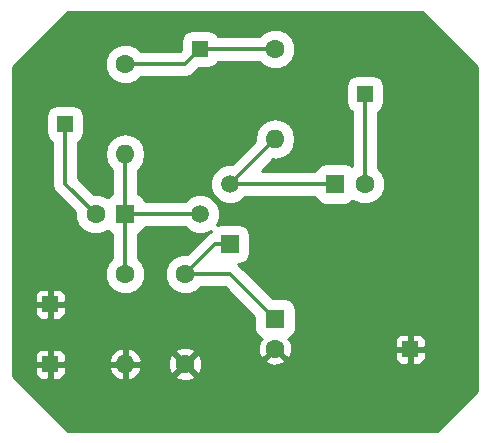
<source format=gbr>
G04 #@! TF.FileFunction,Copper,L1,Top,Signal*
%FSLAX46Y46*%
G04 Gerber Fmt 4.6, Leading zero omitted, Abs format (unit mm)*
G04 Created by KiCad (PCBNEW 4.0.7) date Tuesday, January 15, 2019 'PMt' 04:08:31 PM*
%MOMM*%
%LPD*%
G01*
G04 APERTURE LIST*
%ADD10C,0.100000*%
%ADD11R,1.600000X1.600000*%
%ADD12C,1.600000*%
%ADD13R,1.350000X1.350000*%
%ADD14C,1.520000*%
%ADD15R,1.520000X1.520000*%
%ADD16O,1.600000X1.600000*%
%ADD17C,0.350000*%
%ADD18C,0.254000*%
G04 APERTURE END LIST*
D10*
D11*
X135890000Y-97790000D03*
D12*
X133390000Y-97790000D03*
D11*
X153670000Y-95250000D03*
D12*
X156170000Y-95250000D03*
D11*
X148590000Y-106680000D03*
D12*
X148590000Y-109180000D03*
D13*
X130810000Y-90170000D03*
X129540000Y-105410000D03*
X129540000Y-110490000D03*
X156210000Y-87630000D03*
X160020000Y-109220000D03*
X142240000Y-83820000D03*
D14*
X142240000Y-97790000D03*
X144780000Y-95250000D03*
D15*
X144780000Y-100330000D03*
D12*
X135890000Y-85090000D03*
D16*
X135890000Y-92710000D03*
D12*
X135890000Y-102870000D03*
D16*
X135890000Y-110490000D03*
D12*
X148590000Y-83820000D03*
D16*
X148590000Y-91440000D03*
D12*
X140970000Y-102870000D03*
X140970000Y-110490000D03*
D17*
X135890000Y-102870000D02*
X135890000Y-97790000D01*
X135890000Y-97790000D02*
X135890000Y-92710000D01*
X135890000Y-92710000D02*
X135890000Y-97790000D01*
X142240000Y-97790000D02*
X135890000Y-97790000D01*
X130810000Y-90170000D02*
X130810000Y-95210000D01*
X130810000Y-95210000D02*
X133390000Y-97790000D01*
X144780000Y-95250000D02*
X153670000Y-95250000D01*
X148590000Y-91440000D02*
X144780000Y-95250000D01*
X156170000Y-95250000D02*
X156170000Y-87670000D01*
X156170000Y-87670000D02*
X156210000Y-87630000D01*
X140970000Y-102870000D02*
X144780000Y-102870000D01*
X144780000Y-102870000D02*
X148590000Y-106680000D01*
X144780000Y-100330000D02*
X143510000Y-100330000D01*
X143510000Y-100330000D02*
X140970000Y-102870000D01*
X142240000Y-83820000D02*
X148590000Y-83820000D01*
X135890000Y-85090000D02*
X140970000Y-85090000D01*
X140970000Y-85090000D02*
X142240000Y-83820000D01*
D18*
G36*
X165685000Y-85373736D02*
X165685000Y-112746264D01*
X162276264Y-116155000D01*
X131093736Y-116155000D01*
X126415000Y-111476264D01*
X126415000Y-110775750D01*
X128230000Y-110775750D01*
X128230000Y-111291310D01*
X128326673Y-111524699D01*
X128505302Y-111703327D01*
X128738691Y-111800000D01*
X129254250Y-111800000D01*
X129413000Y-111641250D01*
X129413000Y-110617000D01*
X129667000Y-110617000D01*
X129667000Y-111641250D01*
X129825750Y-111800000D01*
X130341309Y-111800000D01*
X130574698Y-111703327D01*
X130753327Y-111524699D01*
X130850000Y-111291310D01*
X130850000Y-110839041D01*
X134498086Y-110839041D01*
X134737611Y-111345134D01*
X135152577Y-111721041D01*
X135540961Y-111881904D01*
X135763000Y-111759915D01*
X135763000Y-110617000D01*
X136017000Y-110617000D01*
X136017000Y-111759915D01*
X136239039Y-111881904D01*
X136627423Y-111721041D01*
X136873920Y-111497745D01*
X140141861Y-111497745D01*
X140215995Y-111743864D01*
X140753223Y-111936965D01*
X141323454Y-111909778D01*
X141724005Y-111743864D01*
X141798139Y-111497745D01*
X140970000Y-110669605D01*
X140141861Y-111497745D01*
X136873920Y-111497745D01*
X137042389Y-111345134D01*
X137281914Y-110839041D01*
X137160629Y-110617000D01*
X136017000Y-110617000D01*
X135763000Y-110617000D01*
X134619371Y-110617000D01*
X134498086Y-110839041D01*
X130850000Y-110839041D01*
X130850000Y-110775750D01*
X130691250Y-110617000D01*
X129667000Y-110617000D01*
X129413000Y-110617000D01*
X128388750Y-110617000D01*
X128230000Y-110775750D01*
X126415000Y-110775750D01*
X126415000Y-109688690D01*
X128230000Y-109688690D01*
X128230000Y-110204250D01*
X128388750Y-110363000D01*
X129413000Y-110363000D01*
X129413000Y-109338750D01*
X129667000Y-109338750D01*
X129667000Y-110363000D01*
X130691250Y-110363000D01*
X130850000Y-110204250D01*
X130850000Y-110140959D01*
X134498086Y-110140959D01*
X134619371Y-110363000D01*
X135763000Y-110363000D01*
X135763000Y-109220085D01*
X136017000Y-109220085D01*
X136017000Y-110363000D01*
X137160629Y-110363000D01*
X137209667Y-110273223D01*
X139523035Y-110273223D01*
X139550222Y-110843454D01*
X139716136Y-111244005D01*
X139962255Y-111318139D01*
X140790395Y-110490000D01*
X141149605Y-110490000D01*
X141977745Y-111318139D01*
X142223864Y-111244005D01*
X142416965Y-110706777D01*
X142392220Y-110187745D01*
X147761861Y-110187745D01*
X147835995Y-110433864D01*
X148373223Y-110626965D01*
X148943454Y-110599778D01*
X149344005Y-110433864D01*
X149418139Y-110187745D01*
X148590000Y-109359605D01*
X147761861Y-110187745D01*
X142392220Y-110187745D01*
X142389778Y-110136546D01*
X142223864Y-109735995D01*
X141977745Y-109661861D01*
X141149605Y-110490000D01*
X140790395Y-110490000D01*
X139962255Y-109661861D01*
X139716136Y-109735995D01*
X139523035Y-110273223D01*
X137209667Y-110273223D01*
X137281914Y-110140959D01*
X137042389Y-109634866D01*
X136873921Y-109482255D01*
X140141861Y-109482255D01*
X140970000Y-110310395D01*
X141798139Y-109482255D01*
X141724005Y-109236136D01*
X141186777Y-109043035D01*
X140616546Y-109070222D01*
X140215995Y-109236136D01*
X140141861Y-109482255D01*
X136873921Y-109482255D01*
X136627423Y-109258959D01*
X136239039Y-109098096D01*
X136017000Y-109220085D01*
X135763000Y-109220085D01*
X135540961Y-109098096D01*
X135152577Y-109258959D01*
X134737611Y-109634866D01*
X134498086Y-110140959D01*
X130850000Y-110140959D01*
X130850000Y-109688690D01*
X130753327Y-109455301D01*
X130574698Y-109276673D01*
X130341309Y-109180000D01*
X129825750Y-109180000D01*
X129667000Y-109338750D01*
X129413000Y-109338750D01*
X129254250Y-109180000D01*
X128738691Y-109180000D01*
X128505302Y-109276673D01*
X128326673Y-109455301D01*
X128230000Y-109688690D01*
X126415000Y-109688690D01*
X126415000Y-105695750D01*
X128230000Y-105695750D01*
X128230000Y-106211310D01*
X128326673Y-106444699D01*
X128505302Y-106623327D01*
X128738691Y-106720000D01*
X129254250Y-106720000D01*
X129413000Y-106561250D01*
X129413000Y-105537000D01*
X129667000Y-105537000D01*
X129667000Y-106561250D01*
X129825750Y-106720000D01*
X130341309Y-106720000D01*
X130574698Y-106623327D01*
X130753327Y-106444699D01*
X130850000Y-106211310D01*
X130850000Y-105695750D01*
X130691250Y-105537000D01*
X129667000Y-105537000D01*
X129413000Y-105537000D01*
X128388750Y-105537000D01*
X128230000Y-105695750D01*
X126415000Y-105695750D01*
X126415000Y-104608690D01*
X128230000Y-104608690D01*
X128230000Y-105124250D01*
X128388750Y-105283000D01*
X129413000Y-105283000D01*
X129413000Y-104258750D01*
X129667000Y-104258750D01*
X129667000Y-105283000D01*
X130691250Y-105283000D01*
X130850000Y-105124250D01*
X130850000Y-104608690D01*
X130753327Y-104375301D01*
X130574698Y-104196673D01*
X130341309Y-104100000D01*
X129825750Y-104100000D01*
X129667000Y-104258750D01*
X129413000Y-104258750D01*
X129254250Y-104100000D01*
X128738691Y-104100000D01*
X128505302Y-104196673D01*
X128326673Y-104375301D01*
X128230000Y-104608690D01*
X126415000Y-104608690D01*
X126415000Y-89495000D01*
X129189839Y-89495000D01*
X129189839Y-90845000D01*
X129254478Y-91188526D01*
X129457501Y-91504033D01*
X129708000Y-91675192D01*
X129708000Y-95210000D01*
X129791885Y-95631717D01*
X130030768Y-95989232D01*
X131663146Y-97621610D01*
X131662701Y-98132014D01*
X131925067Y-98766989D01*
X132410456Y-99253226D01*
X133044971Y-99516700D01*
X133732014Y-99517299D01*
X134366989Y-99254933D01*
X134397012Y-99224962D01*
X134412501Y-99249033D01*
X134722279Y-99460696D01*
X134788000Y-99474005D01*
X134788000Y-101529860D01*
X134426774Y-101890456D01*
X134163300Y-102524971D01*
X134162701Y-103212014D01*
X134425067Y-103846989D01*
X134910456Y-104333226D01*
X135544971Y-104596700D01*
X136232014Y-104597299D01*
X136866989Y-104334933D01*
X137353226Y-103849544D01*
X137616700Y-103215029D01*
X137617299Y-102527986D01*
X137354933Y-101893011D01*
X136992000Y-101529444D01*
X136992000Y-99478336D01*
X137033526Y-99470522D01*
X137349033Y-99267499D01*
X137560696Y-98957721D01*
X137574005Y-98892000D01*
X140956380Y-98892000D01*
X141283144Y-99219335D01*
X141902963Y-99476706D01*
X142574093Y-99477292D01*
X143141052Y-99243029D01*
X143128738Y-99303838D01*
X143088283Y-99311885D01*
X142730768Y-99550768D01*
X142730766Y-99550771D01*
X141138390Y-101143146D01*
X140627986Y-101142701D01*
X139993011Y-101405067D01*
X139506774Y-101890456D01*
X139243300Y-102524971D01*
X139242701Y-103212014D01*
X139505067Y-103846989D01*
X139990456Y-104333226D01*
X140624971Y-104596700D01*
X141312014Y-104597299D01*
X141946989Y-104334933D01*
X142310556Y-103972000D01*
X144323536Y-103972000D01*
X146844839Y-106493302D01*
X146844839Y-107480000D01*
X146909478Y-107823526D01*
X147112501Y-108139033D01*
X147422279Y-108350696D01*
X147520254Y-108370536D01*
X147336136Y-108425995D01*
X147143035Y-108963223D01*
X147170222Y-109533454D01*
X147336136Y-109934005D01*
X147582255Y-110008139D01*
X148410395Y-109180000D01*
X148396252Y-109165858D01*
X148575858Y-108986252D01*
X148590000Y-109000395D01*
X148604142Y-108986252D01*
X148783748Y-109165858D01*
X148769605Y-109180000D01*
X149597745Y-110008139D01*
X149843864Y-109934005D01*
X149997795Y-109505750D01*
X158710000Y-109505750D01*
X158710000Y-110021310D01*
X158806673Y-110254699D01*
X158985302Y-110433327D01*
X159218691Y-110530000D01*
X159734250Y-110530000D01*
X159893000Y-110371250D01*
X159893000Y-109347000D01*
X160147000Y-109347000D01*
X160147000Y-110371250D01*
X160305750Y-110530000D01*
X160821309Y-110530000D01*
X161054698Y-110433327D01*
X161233327Y-110254699D01*
X161330000Y-110021310D01*
X161330000Y-109505750D01*
X161171250Y-109347000D01*
X160147000Y-109347000D01*
X159893000Y-109347000D01*
X158868750Y-109347000D01*
X158710000Y-109505750D01*
X149997795Y-109505750D01*
X150036965Y-109396777D01*
X150009778Y-108826546D01*
X149843864Y-108425995D01*
X149819613Y-108418690D01*
X158710000Y-108418690D01*
X158710000Y-108934250D01*
X158868750Y-109093000D01*
X159893000Y-109093000D01*
X159893000Y-108068750D01*
X160147000Y-108068750D01*
X160147000Y-109093000D01*
X161171250Y-109093000D01*
X161330000Y-108934250D01*
X161330000Y-108418690D01*
X161233327Y-108185301D01*
X161054698Y-108006673D01*
X160821309Y-107910000D01*
X160305750Y-107910000D01*
X160147000Y-108068750D01*
X159893000Y-108068750D01*
X159734250Y-107910000D01*
X159218691Y-107910000D01*
X158985302Y-108006673D01*
X158806673Y-108185301D01*
X158710000Y-108418690D01*
X149819613Y-108418690D01*
X149667650Y-108372917D01*
X149733526Y-108360522D01*
X150049033Y-108157499D01*
X150260696Y-107847721D01*
X150335161Y-107480000D01*
X150335161Y-105880000D01*
X150270522Y-105536474D01*
X150067499Y-105220967D01*
X149757721Y-105009304D01*
X149390000Y-104934839D01*
X148403302Y-104934839D01*
X145559232Y-102090768D01*
X145476010Y-102035161D01*
X145540000Y-102035161D01*
X145883526Y-101970522D01*
X146199033Y-101767499D01*
X146410696Y-101457721D01*
X146485161Y-101090000D01*
X146485161Y-99570000D01*
X146420522Y-99226474D01*
X146217499Y-98910967D01*
X145907721Y-98699304D01*
X145540000Y-98624839D01*
X144020000Y-98624839D01*
X143694575Y-98686072D01*
X143926706Y-98127037D01*
X143927292Y-97455907D01*
X143671003Y-96835640D01*
X143196856Y-96360665D01*
X142577037Y-96103294D01*
X141905907Y-96102708D01*
X141285640Y-96358997D01*
X140956062Y-96688000D01*
X137578336Y-96688000D01*
X137570522Y-96646474D01*
X137367499Y-96330967D01*
X137057721Y-96119304D01*
X136992000Y-96105995D01*
X136992000Y-95584093D01*
X143092708Y-95584093D01*
X143348997Y-96204360D01*
X143823144Y-96679335D01*
X144442963Y-96936706D01*
X145114093Y-96937292D01*
X145734360Y-96681003D01*
X146063938Y-96352000D01*
X151981664Y-96352000D01*
X151989478Y-96393526D01*
X152192501Y-96709033D01*
X152502279Y-96920696D01*
X152870000Y-96995161D01*
X154470000Y-96995161D01*
X154813526Y-96930522D01*
X155129033Y-96727499D01*
X155159781Y-96682498D01*
X155190456Y-96713226D01*
X155824971Y-96976700D01*
X156512014Y-96977299D01*
X157146989Y-96714933D01*
X157633226Y-96229544D01*
X157896700Y-95595029D01*
X157897299Y-94907986D01*
X157634933Y-94273011D01*
X157272000Y-93909444D01*
X157272000Y-89157547D01*
X157544033Y-88982499D01*
X157755696Y-88672721D01*
X157830161Y-88305000D01*
X157830161Y-86955000D01*
X157765522Y-86611474D01*
X157562499Y-86295967D01*
X157252721Y-86084304D01*
X156885000Y-86009839D01*
X155535000Y-86009839D01*
X155191474Y-86074478D01*
X154875967Y-86277501D01*
X154664304Y-86587279D01*
X154589839Y-86955000D01*
X154589839Y-88305000D01*
X154654478Y-88648526D01*
X154857501Y-88964033D01*
X155068000Y-89107861D01*
X155068000Y-93736647D01*
X154837721Y-93579304D01*
X154470000Y-93504839D01*
X152870000Y-93504839D01*
X152526474Y-93569478D01*
X152210967Y-93772501D01*
X151999304Y-94082279D01*
X151985995Y-94148000D01*
X147440464Y-94148000D01*
X148421205Y-93167259D01*
X148590000Y-93200834D01*
X149250894Y-93069374D01*
X149811173Y-92695007D01*
X150185540Y-92134728D01*
X150317000Y-91473834D01*
X150317000Y-91406166D01*
X150185540Y-90745272D01*
X149811173Y-90184993D01*
X149250894Y-89810626D01*
X148590000Y-89679166D01*
X147929106Y-89810626D01*
X147368827Y-90184993D01*
X146994460Y-90745272D01*
X146863000Y-91406166D01*
X146863000Y-91473834D01*
X146885349Y-91586188D01*
X144908424Y-93563112D01*
X144445907Y-93562708D01*
X143825640Y-93818997D01*
X143350665Y-94293144D01*
X143093294Y-94912963D01*
X143092708Y-95584093D01*
X136992000Y-95584093D01*
X136992000Y-94044636D01*
X137111173Y-93965007D01*
X137485540Y-93404728D01*
X137617000Y-92743834D01*
X137617000Y-92676166D01*
X137485540Y-92015272D01*
X137111173Y-91454993D01*
X136550894Y-91080626D01*
X135890000Y-90949166D01*
X135229106Y-91080626D01*
X134668827Y-91454993D01*
X134294460Y-92015272D01*
X134163000Y-92676166D01*
X134163000Y-92743834D01*
X134294460Y-93404728D01*
X134668827Y-93965007D01*
X134788000Y-94044636D01*
X134788000Y-96101664D01*
X134746474Y-96109478D01*
X134430967Y-96312501D01*
X134400219Y-96357502D01*
X134369544Y-96326774D01*
X133735029Y-96063300D01*
X133221316Y-96062852D01*
X131912000Y-94753536D01*
X131912000Y-91671808D01*
X132144033Y-91522499D01*
X132355696Y-91212721D01*
X132430161Y-90845000D01*
X132430161Y-89495000D01*
X132365522Y-89151474D01*
X132162499Y-88835967D01*
X131852721Y-88624304D01*
X131485000Y-88549839D01*
X130135000Y-88549839D01*
X129791474Y-88614478D01*
X129475967Y-88817501D01*
X129264304Y-89127279D01*
X129189839Y-89495000D01*
X126415000Y-89495000D01*
X126415000Y-85432014D01*
X134162701Y-85432014D01*
X134425067Y-86066989D01*
X134910456Y-86553226D01*
X135544971Y-86816700D01*
X136232014Y-86817299D01*
X136866989Y-86554933D01*
X137230556Y-86192000D01*
X140970000Y-86192000D01*
X141391717Y-86108115D01*
X141749232Y-85869232D01*
X142178303Y-85440161D01*
X142915000Y-85440161D01*
X143258526Y-85375522D01*
X143574033Y-85172499D01*
X143745192Y-84922000D01*
X147249860Y-84922000D01*
X147610456Y-85283226D01*
X148244971Y-85546700D01*
X148932014Y-85547299D01*
X149566989Y-85284933D01*
X150053226Y-84799544D01*
X150316700Y-84165029D01*
X150317299Y-83477986D01*
X150054933Y-82843011D01*
X149569544Y-82356774D01*
X148935029Y-82093300D01*
X148247986Y-82092701D01*
X147613011Y-82355067D01*
X147249444Y-82718000D01*
X143741808Y-82718000D01*
X143592499Y-82485967D01*
X143282721Y-82274304D01*
X142915000Y-82199839D01*
X141565000Y-82199839D01*
X141221474Y-82264478D01*
X140905967Y-82467501D01*
X140694304Y-82777279D01*
X140619839Y-83145000D01*
X140619839Y-83881697D01*
X140513536Y-83988000D01*
X137230140Y-83988000D01*
X136869544Y-83626774D01*
X136235029Y-83363300D01*
X135547986Y-83362701D01*
X134913011Y-83625067D01*
X134426774Y-84110456D01*
X134163300Y-84744971D01*
X134162701Y-85432014D01*
X126415000Y-85432014D01*
X126415000Y-85373736D01*
X131093736Y-80695000D01*
X161006264Y-80695000D01*
X165685000Y-85373736D01*
X165685000Y-85373736D01*
G37*
X165685000Y-85373736D02*
X165685000Y-112746264D01*
X162276264Y-116155000D01*
X131093736Y-116155000D01*
X126415000Y-111476264D01*
X126415000Y-110775750D01*
X128230000Y-110775750D01*
X128230000Y-111291310D01*
X128326673Y-111524699D01*
X128505302Y-111703327D01*
X128738691Y-111800000D01*
X129254250Y-111800000D01*
X129413000Y-111641250D01*
X129413000Y-110617000D01*
X129667000Y-110617000D01*
X129667000Y-111641250D01*
X129825750Y-111800000D01*
X130341309Y-111800000D01*
X130574698Y-111703327D01*
X130753327Y-111524699D01*
X130850000Y-111291310D01*
X130850000Y-110839041D01*
X134498086Y-110839041D01*
X134737611Y-111345134D01*
X135152577Y-111721041D01*
X135540961Y-111881904D01*
X135763000Y-111759915D01*
X135763000Y-110617000D01*
X136017000Y-110617000D01*
X136017000Y-111759915D01*
X136239039Y-111881904D01*
X136627423Y-111721041D01*
X136873920Y-111497745D01*
X140141861Y-111497745D01*
X140215995Y-111743864D01*
X140753223Y-111936965D01*
X141323454Y-111909778D01*
X141724005Y-111743864D01*
X141798139Y-111497745D01*
X140970000Y-110669605D01*
X140141861Y-111497745D01*
X136873920Y-111497745D01*
X137042389Y-111345134D01*
X137281914Y-110839041D01*
X137160629Y-110617000D01*
X136017000Y-110617000D01*
X135763000Y-110617000D01*
X134619371Y-110617000D01*
X134498086Y-110839041D01*
X130850000Y-110839041D01*
X130850000Y-110775750D01*
X130691250Y-110617000D01*
X129667000Y-110617000D01*
X129413000Y-110617000D01*
X128388750Y-110617000D01*
X128230000Y-110775750D01*
X126415000Y-110775750D01*
X126415000Y-109688690D01*
X128230000Y-109688690D01*
X128230000Y-110204250D01*
X128388750Y-110363000D01*
X129413000Y-110363000D01*
X129413000Y-109338750D01*
X129667000Y-109338750D01*
X129667000Y-110363000D01*
X130691250Y-110363000D01*
X130850000Y-110204250D01*
X130850000Y-110140959D01*
X134498086Y-110140959D01*
X134619371Y-110363000D01*
X135763000Y-110363000D01*
X135763000Y-109220085D01*
X136017000Y-109220085D01*
X136017000Y-110363000D01*
X137160629Y-110363000D01*
X137209667Y-110273223D01*
X139523035Y-110273223D01*
X139550222Y-110843454D01*
X139716136Y-111244005D01*
X139962255Y-111318139D01*
X140790395Y-110490000D01*
X141149605Y-110490000D01*
X141977745Y-111318139D01*
X142223864Y-111244005D01*
X142416965Y-110706777D01*
X142392220Y-110187745D01*
X147761861Y-110187745D01*
X147835995Y-110433864D01*
X148373223Y-110626965D01*
X148943454Y-110599778D01*
X149344005Y-110433864D01*
X149418139Y-110187745D01*
X148590000Y-109359605D01*
X147761861Y-110187745D01*
X142392220Y-110187745D01*
X142389778Y-110136546D01*
X142223864Y-109735995D01*
X141977745Y-109661861D01*
X141149605Y-110490000D01*
X140790395Y-110490000D01*
X139962255Y-109661861D01*
X139716136Y-109735995D01*
X139523035Y-110273223D01*
X137209667Y-110273223D01*
X137281914Y-110140959D01*
X137042389Y-109634866D01*
X136873921Y-109482255D01*
X140141861Y-109482255D01*
X140970000Y-110310395D01*
X141798139Y-109482255D01*
X141724005Y-109236136D01*
X141186777Y-109043035D01*
X140616546Y-109070222D01*
X140215995Y-109236136D01*
X140141861Y-109482255D01*
X136873921Y-109482255D01*
X136627423Y-109258959D01*
X136239039Y-109098096D01*
X136017000Y-109220085D01*
X135763000Y-109220085D01*
X135540961Y-109098096D01*
X135152577Y-109258959D01*
X134737611Y-109634866D01*
X134498086Y-110140959D01*
X130850000Y-110140959D01*
X130850000Y-109688690D01*
X130753327Y-109455301D01*
X130574698Y-109276673D01*
X130341309Y-109180000D01*
X129825750Y-109180000D01*
X129667000Y-109338750D01*
X129413000Y-109338750D01*
X129254250Y-109180000D01*
X128738691Y-109180000D01*
X128505302Y-109276673D01*
X128326673Y-109455301D01*
X128230000Y-109688690D01*
X126415000Y-109688690D01*
X126415000Y-105695750D01*
X128230000Y-105695750D01*
X128230000Y-106211310D01*
X128326673Y-106444699D01*
X128505302Y-106623327D01*
X128738691Y-106720000D01*
X129254250Y-106720000D01*
X129413000Y-106561250D01*
X129413000Y-105537000D01*
X129667000Y-105537000D01*
X129667000Y-106561250D01*
X129825750Y-106720000D01*
X130341309Y-106720000D01*
X130574698Y-106623327D01*
X130753327Y-106444699D01*
X130850000Y-106211310D01*
X130850000Y-105695750D01*
X130691250Y-105537000D01*
X129667000Y-105537000D01*
X129413000Y-105537000D01*
X128388750Y-105537000D01*
X128230000Y-105695750D01*
X126415000Y-105695750D01*
X126415000Y-104608690D01*
X128230000Y-104608690D01*
X128230000Y-105124250D01*
X128388750Y-105283000D01*
X129413000Y-105283000D01*
X129413000Y-104258750D01*
X129667000Y-104258750D01*
X129667000Y-105283000D01*
X130691250Y-105283000D01*
X130850000Y-105124250D01*
X130850000Y-104608690D01*
X130753327Y-104375301D01*
X130574698Y-104196673D01*
X130341309Y-104100000D01*
X129825750Y-104100000D01*
X129667000Y-104258750D01*
X129413000Y-104258750D01*
X129254250Y-104100000D01*
X128738691Y-104100000D01*
X128505302Y-104196673D01*
X128326673Y-104375301D01*
X128230000Y-104608690D01*
X126415000Y-104608690D01*
X126415000Y-89495000D01*
X129189839Y-89495000D01*
X129189839Y-90845000D01*
X129254478Y-91188526D01*
X129457501Y-91504033D01*
X129708000Y-91675192D01*
X129708000Y-95210000D01*
X129791885Y-95631717D01*
X130030768Y-95989232D01*
X131663146Y-97621610D01*
X131662701Y-98132014D01*
X131925067Y-98766989D01*
X132410456Y-99253226D01*
X133044971Y-99516700D01*
X133732014Y-99517299D01*
X134366989Y-99254933D01*
X134397012Y-99224962D01*
X134412501Y-99249033D01*
X134722279Y-99460696D01*
X134788000Y-99474005D01*
X134788000Y-101529860D01*
X134426774Y-101890456D01*
X134163300Y-102524971D01*
X134162701Y-103212014D01*
X134425067Y-103846989D01*
X134910456Y-104333226D01*
X135544971Y-104596700D01*
X136232014Y-104597299D01*
X136866989Y-104334933D01*
X137353226Y-103849544D01*
X137616700Y-103215029D01*
X137617299Y-102527986D01*
X137354933Y-101893011D01*
X136992000Y-101529444D01*
X136992000Y-99478336D01*
X137033526Y-99470522D01*
X137349033Y-99267499D01*
X137560696Y-98957721D01*
X137574005Y-98892000D01*
X140956380Y-98892000D01*
X141283144Y-99219335D01*
X141902963Y-99476706D01*
X142574093Y-99477292D01*
X143141052Y-99243029D01*
X143128738Y-99303838D01*
X143088283Y-99311885D01*
X142730768Y-99550768D01*
X142730766Y-99550771D01*
X141138390Y-101143146D01*
X140627986Y-101142701D01*
X139993011Y-101405067D01*
X139506774Y-101890456D01*
X139243300Y-102524971D01*
X139242701Y-103212014D01*
X139505067Y-103846989D01*
X139990456Y-104333226D01*
X140624971Y-104596700D01*
X141312014Y-104597299D01*
X141946989Y-104334933D01*
X142310556Y-103972000D01*
X144323536Y-103972000D01*
X146844839Y-106493302D01*
X146844839Y-107480000D01*
X146909478Y-107823526D01*
X147112501Y-108139033D01*
X147422279Y-108350696D01*
X147520254Y-108370536D01*
X147336136Y-108425995D01*
X147143035Y-108963223D01*
X147170222Y-109533454D01*
X147336136Y-109934005D01*
X147582255Y-110008139D01*
X148410395Y-109180000D01*
X148396252Y-109165858D01*
X148575858Y-108986252D01*
X148590000Y-109000395D01*
X148604142Y-108986252D01*
X148783748Y-109165858D01*
X148769605Y-109180000D01*
X149597745Y-110008139D01*
X149843864Y-109934005D01*
X149997795Y-109505750D01*
X158710000Y-109505750D01*
X158710000Y-110021310D01*
X158806673Y-110254699D01*
X158985302Y-110433327D01*
X159218691Y-110530000D01*
X159734250Y-110530000D01*
X159893000Y-110371250D01*
X159893000Y-109347000D01*
X160147000Y-109347000D01*
X160147000Y-110371250D01*
X160305750Y-110530000D01*
X160821309Y-110530000D01*
X161054698Y-110433327D01*
X161233327Y-110254699D01*
X161330000Y-110021310D01*
X161330000Y-109505750D01*
X161171250Y-109347000D01*
X160147000Y-109347000D01*
X159893000Y-109347000D01*
X158868750Y-109347000D01*
X158710000Y-109505750D01*
X149997795Y-109505750D01*
X150036965Y-109396777D01*
X150009778Y-108826546D01*
X149843864Y-108425995D01*
X149819613Y-108418690D01*
X158710000Y-108418690D01*
X158710000Y-108934250D01*
X158868750Y-109093000D01*
X159893000Y-109093000D01*
X159893000Y-108068750D01*
X160147000Y-108068750D01*
X160147000Y-109093000D01*
X161171250Y-109093000D01*
X161330000Y-108934250D01*
X161330000Y-108418690D01*
X161233327Y-108185301D01*
X161054698Y-108006673D01*
X160821309Y-107910000D01*
X160305750Y-107910000D01*
X160147000Y-108068750D01*
X159893000Y-108068750D01*
X159734250Y-107910000D01*
X159218691Y-107910000D01*
X158985302Y-108006673D01*
X158806673Y-108185301D01*
X158710000Y-108418690D01*
X149819613Y-108418690D01*
X149667650Y-108372917D01*
X149733526Y-108360522D01*
X150049033Y-108157499D01*
X150260696Y-107847721D01*
X150335161Y-107480000D01*
X150335161Y-105880000D01*
X150270522Y-105536474D01*
X150067499Y-105220967D01*
X149757721Y-105009304D01*
X149390000Y-104934839D01*
X148403302Y-104934839D01*
X145559232Y-102090768D01*
X145476010Y-102035161D01*
X145540000Y-102035161D01*
X145883526Y-101970522D01*
X146199033Y-101767499D01*
X146410696Y-101457721D01*
X146485161Y-101090000D01*
X146485161Y-99570000D01*
X146420522Y-99226474D01*
X146217499Y-98910967D01*
X145907721Y-98699304D01*
X145540000Y-98624839D01*
X144020000Y-98624839D01*
X143694575Y-98686072D01*
X143926706Y-98127037D01*
X143927292Y-97455907D01*
X143671003Y-96835640D01*
X143196856Y-96360665D01*
X142577037Y-96103294D01*
X141905907Y-96102708D01*
X141285640Y-96358997D01*
X140956062Y-96688000D01*
X137578336Y-96688000D01*
X137570522Y-96646474D01*
X137367499Y-96330967D01*
X137057721Y-96119304D01*
X136992000Y-96105995D01*
X136992000Y-95584093D01*
X143092708Y-95584093D01*
X143348997Y-96204360D01*
X143823144Y-96679335D01*
X144442963Y-96936706D01*
X145114093Y-96937292D01*
X145734360Y-96681003D01*
X146063938Y-96352000D01*
X151981664Y-96352000D01*
X151989478Y-96393526D01*
X152192501Y-96709033D01*
X152502279Y-96920696D01*
X152870000Y-96995161D01*
X154470000Y-96995161D01*
X154813526Y-96930522D01*
X155129033Y-96727499D01*
X155159781Y-96682498D01*
X155190456Y-96713226D01*
X155824971Y-96976700D01*
X156512014Y-96977299D01*
X157146989Y-96714933D01*
X157633226Y-96229544D01*
X157896700Y-95595029D01*
X157897299Y-94907986D01*
X157634933Y-94273011D01*
X157272000Y-93909444D01*
X157272000Y-89157547D01*
X157544033Y-88982499D01*
X157755696Y-88672721D01*
X157830161Y-88305000D01*
X157830161Y-86955000D01*
X157765522Y-86611474D01*
X157562499Y-86295967D01*
X157252721Y-86084304D01*
X156885000Y-86009839D01*
X155535000Y-86009839D01*
X155191474Y-86074478D01*
X154875967Y-86277501D01*
X154664304Y-86587279D01*
X154589839Y-86955000D01*
X154589839Y-88305000D01*
X154654478Y-88648526D01*
X154857501Y-88964033D01*
X155068000Y-89107861D01*
X155068000Y-93736647D01*
X154837721Y-93579304D01*
X154470000Y-93504839D01*
X152870000Y-93504839D01*
X152526474Y-93569478D01*
X152210967Y-93772501D01*
X151999304Y-94082279D01*
X151985995Y-94148000D01*
X147440464Y-94148000D01*
X148421205Y-93167259D01*
X148590000Y-93200834D01*
X149250894Y-93069374D01*
X149811173Y-92695007D01*
X150185540Y-92134728D01*
X150317000Y-91473834D01*
X150317000Y-91406166D01*
X150185540Y-90745272D01*
X149811173Y-90184993D01*
X149250894Y-89810626D01*
X148590000Y-89679166D01*
X147929106Y-89810626D01*
X147368827Y-90184993D01*
X146994460Y-90745272D01*
X146863000Y-91406166D01*
X146863000Y-91473834D01*
X146885349Y-91586188D01*
X144908424Y-93563112D01*
X144445907Y-93562708D01*
X143825640Y-93818997D01*
X143350665Y-94293144D01*
X143093294Y-94912963D01*
X143092708Y-95584093D01*
X136992000Y-95584093D01*
X136992000Y-94044636D01*
X137111173Y-93965007D01*
X137485540Y-93404728D01*
X137617000Y-92743834D01*
X137617000Y-92676166D01*
X137485540Y-92015272D01*
X137111173Y-91454993D01*
X136550894Y-91080626D01*
X135890000Y-90949166D01*
X135229106Y-91080626D01*
X134668827Y-91454993D01*
X134294460Y-92015272D01*
X134163000Y-92676166D01*
X134163000Y-92743834D01*
X134294460Y-93404728D01*
X134668827Y-93965007D01*
X134788000Y-94044636D01*
X134788000Y-96101664D01*
X134746474Y-96109478D01*
X134430967Y-96312501D01*
X134400219Y-96357502D01*
X134369544Y-96326774D01*
X133735029Y-96063300D01*
X133221316Y-96062852D01*
X131912000Y-94753536D01*
X131912000Y-91671808D01*
X132144033Y-91522499D01*
X132355696Y-91212721D01*
X132430161Y-90845000D01*
X132430161Y-89495000D01*
X132365522Y-89151474D01*
X132162499Y-88835967D01*
X131852721Y-88624304D01*
X131485000Y-88549839D01*
X130135000Y-88549839D01*
X129791474Y-88614478D01*
X129475967Y-88817501D01*
X129264304Y-89127279D01*
X129189839Y-89495000D01*
X126415000Y-89495000D01*
X126415000Y-85432014D01*
X134162701Y-85432014D01*
X134425067Y-86066989D01*
X134910456Y-86553226D01*
X135544971Y-86816700D01*
X136232014Y-86817299D01*
X136866989Y-86554933D01*
X137230556Y-86192000D01*
X140970000Y-86192000D01*
X141391717Y-86108115D01*
X141749232Y-85869232D01*
X142178303Y-85440161D01*
X142915000Y-85440161D01*
X143258526Y-85375522D01*
X143574033Y-85172499D01*
X143745192Y-84922000D01*
X147249860Y-84922000D01*
X147610456Y-85283226D01*
X148244971Y-85546700D01*
X148932014Y-85547299D01*
X149566989Y-85284933D01*
X150053226Y-84799544D01*
X150316700Y-84165029D01*
X150317299Y-83477986D01*
X150054933Y-82843011D01*
X149569544Y-82356774D01*
X148935029Y-82093300D01*
X148247986Y-82092701D01*
X147613011Y-82355067D01*
X147249444Y-82718000D01*
X143741808Y-82718000D01*
X143592499Y-82485967D01*
X143282721Y-82274304D01*
X142915000Y-82199839D01*
X141565000Y-82199839D01*
X141221474Y-82264478D01*
X140905967Y-82467501D01*
X140694304Y-82777279D01*
X140619839Y-83145000D01*
X140619839Y-83881697D01*
X140513536Y-83988000D01*
X137230140Y-83988000D01*
X136869544Y-83626774D01*
X136235029Y-83363300D01*
X135547986Y-83362701D01*
X134913011Y-83625067D01*
X134426774Y-84110456D01*
X134163300Y-84744971D01*
X134162701Y-85432014D01*
X126415000Y-85432014D01*
X126415000Y-85373736D01*
X131093736Y-80695000D01*
X161006264Y-80695000D01*
X165685000Y-85373736D01*
M02*

</source>
